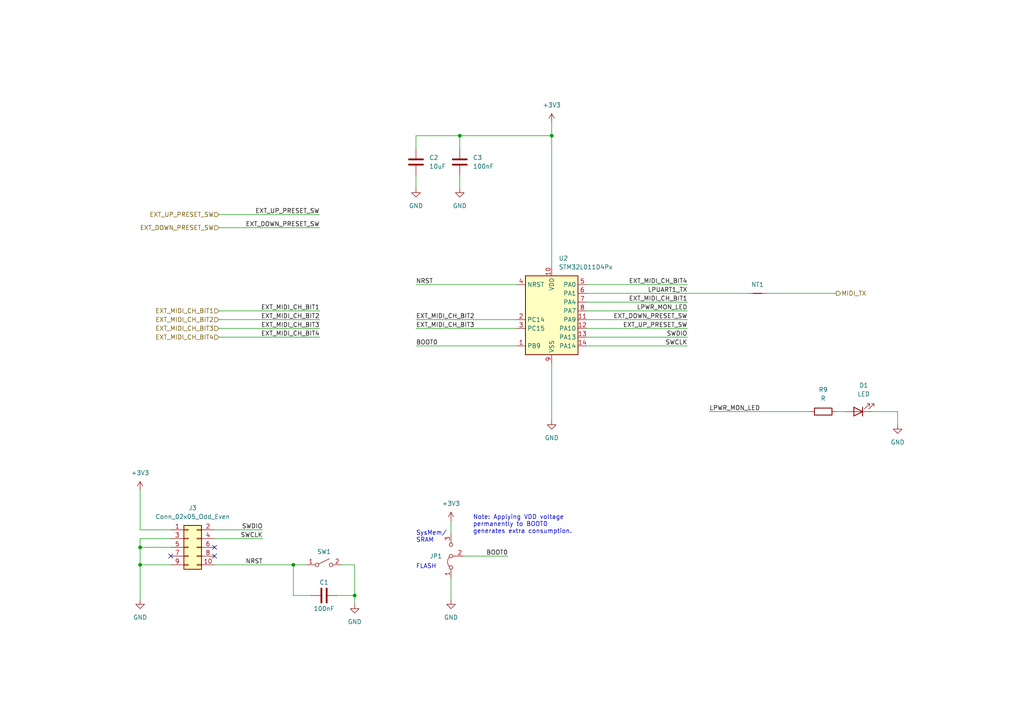
<source format=kicad_sch>
(kicad_sch (version 20211123) (generator eeschema)
  (paper "A4")
  (lib_symbols
    (symbol "Connector_Generic:Conn_02x05_Odd_Even" (pin_names (offset 1.016) hide)
      (property "Reference" "J" (at 1.27 7.62 0))
      (property "Value" "Conn_02x05_Odd_Even" (at 1.27 -7.62 0))
      (symbol "Conn_02x05_Odd_Even_1_1"
        (rectangle (start -1.27 -4.953) (end 0 -5.207) (stroke (width 0.1524)))
        (rectangle (start -1.27 -2.413) (end 0 -2.667) (stroke (width 0.1524)))
        (rectangle (start -1.27 0.127) (end 0 -0.127) (stroke (width 0.1524)))
        (rectangle (start -1.27 2.667) (end 0 2.413) (stroke (width 0.1524)))
        (rectangle (start -1.27 5.207) (end 0 4.953) (stroke (width 0.1524)))
        (rectangle (start -1.27 6.35) (end 3.81 -6.35) (stroke (width 0.254)) (fill (type background)))
        (rectangle (start 3.81 -4.953) (end 2.54 -5.207) (stroke (width 0.1524)))
        (rectangle (start 3.81 -2.413) (end 2.54 -2.667) (stroke (width 0.1524)))
        (rectangle (start 3.81 0.127) (end 2.54 -0.127) (stroke (width 0.1524)))
        (rectangle (start 3.81 2.667) (end 2.54 2.413) (stroke (width 0.1524)))
        (rectangle (start 3.81 5.207) (end 2.54 4.953) (stroke (width 0.1524)))
        (pin passive line (at -5.08 5.08 0) (length 3.81) (name "Pin_1") (number "1"))
        (pin passive line (at 7.62 -5.08 180) (length 3.81) (name "Pin_10") (number "10"))
        (pin passive line (at 7.62 5.08 180) (length 3.81) (name "Pin_2") (number "2"))
        (pin passive line (at -5.08 2.54 0) (length 3.81) (name "Pin_3") (number "3"))
        (pin passive line (at 7.62 2.54 180) (length 3.81) (name "Pin_4") (number "4"))
        (pin passive line (at -5.08 0 0) (length 3.81) (name "Pin_5") (number "5"))
        (pin passive line (at 7.62 0 180) (length 3.81) (name "Pin_6") (number "6"))
        (pin passive line (at -5.08 -2.54 0) (length 3.81) (name "Pin_7") (number "7"))
        (pin passive line (at 7.62 -2.54 180) (length 3.81) (name "Pin_8") (number "8"))
        (pin passive line (at -5.08 -5.08 0) (length 3.81) (name "Pin_9") (number "9"))
      )
    )
    (symbol "Device:C" (pin_numbers hide) (pin_names (offset 0.254))
      (property "Reference" "C" (at 0.635 2.54 0))
      (property "Value" "C" (at 0.635 -2.54 0))
      (symbol "C_0_1"
        (polyline (pts (xy -2.032 -0.762) (xy 2.032 -0.762)) (stroke (width 0.508)))
        (polyline (pts (xy -2.032 0.762) (xy 2.032 0.762)) (stroke (width 0.508)))
      )
      (symbol "C_1_1"
        (pin passive line (at 0 3.81 270) (length 2.794) (name "~") (number "1"))
        (pin passive line (at 0 -3.81 90) (length 2.794) (name "~") (number "2"))
      )
    )
    (symbol "Device:LED" (pin_numbers hide) (pin_names (offset 1.016) hide)
      (property "Reference" "D" (at 0 2.54 0))
      (property "Value" "LED" (at 0 -2.54 0))
      (symbol "LED_0_1"
        (polyline (pts (xy -1.27 -1.27) (xy -1.27 1.27)) (stroke (width 0.254)))
        (polyline (pts (xy -1.27 0) (xy 1.27 0)))
        (polyline (pts (xy 1.27 -1.27) (xy 1.27 1.27) (xy -1.27 0) (xy 1.27 -1.27)) (stroke (width 0.254)))
        (polyline (pts (xy -3.048 -0.762) (xy -4.572 -2.286) (xy -3.81 -2.286) (xy -4.572 -2.286) (xy -4.572 -1.524)))
        (polyline (pts (xy -1.778 -0.762) (xy -3.302 -2.286) (xy -2.54 -2.286) (xy -3.302 -2.286) (xy -3.302 -1.524)))
      )
      (symbol "LED_1_1"
        (pin passive line (at -3.81 0 0) (length 2.54) (name "K") (number "1"))
        (pin passive line (at 3.81 0 180) (length 2.54) (name "A") (number "2"))
      )
    )
    (symbol "Device:NetTie_2" (pin_numbers hide) (pin_names (offset 0) hide)
      (property "Reference" "NT" (at 0 1.27 0))
      (property "Value" "NetTie_2" (at 0 -1.27 0))
      (symbol "NetTie_2_0_1"
        (polyline (pts (xy -1.27 0) (xy 1.27 0)) (stroke (width 0.254)))
      )
      (symbol "NetTie_2_1_1"
        (pin passive line (at -2.54 0 0) (length 2.54) (name "1") (number "1"))
        (pin passive line (at 2.54 0 180) (length 2.54) (name "2") (number "2"))
      )
    )
    (symbol "Device:R" (pin_numbers hide) (pin_names (offset 0))
      (property "Reference" "R" (at 2.032 0 90))
      (property "Value" "R" (at 0 0 90))
      (symbol "R_0_1"
        (rectangle (start -1.016 -2.54) (end 1.016 2.54) (stroke (width 0.254)))
      )
      (symbol "R_1_1"
        (pin passive line (at 0 3.81 270) (length 1.27) (name "~") (number "1"))
        (pin passive line (at 0 -3.81 90) (length 1.27) (name "~") (number "2"))
      )
    )
    (symbol "Jumper:Jumper_3_Bridged12" (pin_names (offset 0) hide)
      (property "Reference" "JP" (at -2.54 -2.54 0))
      (property "Value" "Jumper_3_Bridged12" (at 0 2.794 0))
      (symbol "Jumper_3_Bridged12_0_0"
        (circle (center -3.302 0) (radius 0.508))
        (circle (center 0 0) (radius 0.508))
        (circle (center 3.302 0) (radius 0.508))
      )
      (symbol "Jumper_3_Bridged12_0_1"
        (arc (start -0.254 0.508) (mid -1.651 0.9912) (end -3.048 0.508))
        (polyline (pts (xy 0 -1.27) (xy 0 -0.508)))
      )
      (symbol "Jumper_3_Bridged12_1_1"
        (pin passive line (at -6.35 0 0) (length 2.54) (name "A") (number "1"))
        (pin passive line (at 0 -3.81 90) (length 2.54) (name "C") (number "2"))
        (pin passive line (at 6.35 0 180) (length 2.54) (name "B") (number "3"))
      )
    )
    (symbol "MCU_ST_STM32L0:STM32L011D4Px"
      (property "Reference" "U" (at -7.62 11.43 0))
      (property "Value" "STM32L011D4Px" (at 2.54 11.43 0))
      (symbol "STM32L011D4Px_0_1"
        (rectangle (start -7.62 -12.7) (end 7.62 10.16) (stroke (width 0.254)) (fill (type background)))
      )
      (symbol "STM32L011D4Px_1_1"
        (pin bidirectional line (at -10.16 -10.16 0) (length 2.54) (name "PB9") (number "1"))
        (pin power_in line (at 0 12.7 270) (length 2.54) (name "VDD") (number "10"))
        (pin bidirectional line (at 10.16 -2.54 180) (length 2.54) (name "PA9") (number "11"))
        (pin bidirectional line (at 10.16 -5.08 180) (length 2.54) (name "PA10") (number "12"))
        (pin bidirectional line (at 10.16 -7.62 180) (length 2.54) (name "PA13") (number "13"))
        (pin bidirectional line (at 10.16 -10.16 180) (length 2.54) (name "PA14") (number "14"))
        (pin bidirectional line (at -10.16 -2.54 0) (length 2.54) (name "PC14") (number "2"))
        (pin bidirectional line (at -10.16 -5.08 0) (length 2.54) (name "PC15") (number "3"))
        (pin input line (at -10.16 7.62 0) (length 2.54) (name "NRST") (number "4"))
        (pin bidirectional line (at 10.16 7.62 180) (length 2.54) (name "PA0") (number "5"))
        (pin bidirectional line (at 10.16 5.08 180) (length 2.54) (name "PA1") (number "6"))
        (pin bidirectional line (at 10.16 2.54 180) (length 2.54) (name "PA4") (number "7"))
        (pin bidirectional line (at 10.16 0 180) (length 2.54) (name "PA7") (number "8"))
        (pin power_in line (at 0 -15.24 90) (length 2.54) (name "VSS") (number "9"))
      )
    )
    (symbol "Switch:SW_SPST" (pin_names (offset 0) hide)
      (property "Reference" "SW" (at 0 3.175 0))
      (property "Value" "SW_SPST" (at 0 -2.54 0))
      (symbol "SW_SPST_0_0"
        (circle (center -2.032 0) (radius 0.508))
        (polyline (pts (xy -1.524 0.254) (xy 1.524 1.778)))
        (circle (center 2.032 0) (radius 0.508))
      )
      (symbol "SW_SPST_1_1"
        (pin passive line (at -5.08 0 0) (length 2.54) (name "A") (number "1"))
        (pin passive line (at 5.08 0 180) (length 2.54) (name "B") (number "2"))
      )
    )
    (symbol "power:+3V3" (power) (pin_names (offset 0))
      (property "Value" "+3V3" (at 0 3.556 0))
      (symbol "+3V3_0_1"
        (polyline (pts (xy -0.762 1.27) (xy 0 2.54)))
        (polyline (pts (xy 0 0) (xy 0 2.54)))
        (polyline (pts (xy 0 2.54) (xy 0.762 1.27)))
      )
      (symbol "+3V3_1_1"
        (pin power_in line (at 0 0 90) (length 0) hide (name "+3V3") (number "1"))
      )
    )
    (symbol "power:GND" (power) (pin_names (offset 0))
      (property "Value" "GND" (at 0 -3.81 0))
      (symbol "GND_0_1"
        (polyline (pts (xy 0 0) (xy 0 -1.27) (xy 1.27 -1.27) (xy 0 -2.54) (xy -1.27 -1.27) (xy 0 -1.27)))
      )
      (symbol "GND_1_1"
        (pin power_in line (at 0 0 270) (length 0) hide (name "GND") (number "1"))
      )
    )
  )
  (junction (at 160.02 39.37))
  (junction (at 133.35 39.37))
  (junction (at 40.64 163.83))
  (junction (at 40.64 158.75))
  (junction (at 85.09 163.83))
  (junction (at 102.87 172.72))
  (no_connect (at 49.53 161.29))
  (no_connect (at 62.23 158.75))
  (no_connect (at 62.23 161.29))
  (wire (pts (xy 170.18 95.25) (xy 199.39 95.25)))
  (wire (pts (xy 120.65 82.55) (xy 149.86 82.55)))
  (wire (pts (xy 97.79 172.72) (xy 102.87 172.72)))
  (wire (pts (xy 222.25 85.09) (xy 242.57 85.09)))
  (wire (pts (xy 102.87 163.83) (xy 102.87 172.72)))
  (wire (pts (xy 170.18 92.71) (xy 199.39 92.71)))
  (wire (pts (xy 40.64 142.24) (xy 40.64 153.67)))
  (wire (pts (xy 160.02 39.37) (xy 133.35 39.37)))
  (wire (pts (xy 160.02 105.41) (xy 160.02 121.92)))
  (wire (pts (xy 252.73 119.38) (xy 260.35 119.38)))
  (wire (pts (xy 102.87 172.72) (xy 102.87 175.26)))
  (wire (pts (xy 160.02 77.47) (xy 160.02 39.37)))
  (wire (pts (xy 62.23 156.21) (xy 76.2 156.21)))
  (wire (pts (xy 63.5 62.23) (xy 92.71 62.23)))
  (wire (pts (xy 63.5 66.04) (xy 92.71 66.04)))
  (wire (pts (xy 260.35 119.38) (xy 260.35 123.19)))
  (wire (pts (xy 242.57 119.38) (xy 245.11 119.38)))
  (wire (pts (xy 133.35 50.8) (xy 133.35 54.61)))
  (wire (pts (xy 170.18 100.33) (xy 199.39 100.33)))
  (wire (pts (xy 102.87 163.83) (xy 99.06 163.83)))
  (wire (pts (xy 63.5 92.71) (xy 92.71 92.71)))
  (wire (pts (xy 170.18 90.17) (xy 199.39 90.17)))
  (wire (pts (xy 120.65 100.33) (xy 149.86 100.33)))
  (wire (pts (xy 160.02 35.56) (xy 160.02 39.37)))
  (wire (pts (xy 49.53 156.21) (xy 40.64 156.21)))
  (wire (pts (xy 120.65 50.8) (xy 120.65 54.61)))
  (wire (pts (xy 133.35 39.37) (xy 120.65 39.37)))
  (wire (pts (xy 40.64 163.83) (xy 40.64 173.99)))
  (wire (pts (xy 149.86 92.71) (xy 120.65 92.71)))
  (wire (pts (xy 40.64 158.75) (xy 40.64 163.83)))
  (wire (pts (xy 234.95 119.38) (xy 205.74 119.38)))
  (wire (pts (xy 170.18 97.79) (xy 199.39 97.79)))
  (wire (pts (xy 40.64 156.21) (xy 40.64 158.75)))
  (wire (pts (xy 62.23 153.67) (xy 76.2 153.67)))
  (wire (pts (xy 134.62 161.29) (xy 147.32 161.29)))
  (wire (pts (xy 63.5 90.17) (xy 92.71 90.17)))
  (wire (pts (xy 85.09 163.83) (xy 88.9 163.83)))
  (wire (pts (xy 170.18 87.63) (xy 199.39 87.63)))
  (wire (pts (xy 63.5 97.79) (xy 92.71 97.79)))
  (wire (pts (xy 170.18 85.09) (xy 217.17 85.09)))
  (wire (pts (xy 149.86 95.25) (xy 120.65 95.25)))
  (wire (pts (xy 130.81 167.64) (xy 130.81 173.99)))
  (wire (pts (xy 63.5 95.25) (xy 92.71 95.25)))
  (wire (pts (xy 133.35 39.37) (xy 133.35 43.18)))
  (wire (pts (xy 40.64 158.75) (xy 49.53 158.75)))
  (wire (pts (xy 62.23 163.83) (xy 85.09 163.83)))
  (wire (pts (xy 130.81 151.13) (xy 130.81 154.94)))
  (wire (pts (xy 85.09 172.72) (xy 90.17 172.72)))
  (wire (pts (xy 49.53 153.67) (xy 40.64 153.67)))
  (wire (pts (xy 40.64 163.83) (xy 49.53 163.83)))
  (wire (pts (xy 170.18 82.55) (xy 199.39 82.55)))
  (wire (pts (xy 120.65 39.37) (xy 120.65 43.18)))
  (wire (pts (xy 85.09 163.83) (xy 85.09 172.72)))
  (text "SysMem/\nSRAM" (at 120.65 157.48 0) (effects (font (size 1.27 1.27)) (justify left bottom)))
  (text "FLASH" (at 120.65 165.1 0) (effects (font (size 1.27 1.27)) (justify left bottom)))
  (text "Note: Applying VDD voltage \npermanently to BOOT0 \ngenerates extra consumption." (at 137.16 154.94 0) (effects (font (size 1.27 1.27)) (justify left bottom)))
  (label "LPUART1_TX" (at 199.39 85.09 180))
  (label "EXT_MIDI_CH_BIT1" (at 199.39 87.63 180))
  (label "BOOT0" (at 147.32 161.29 180))
  (label "EXT_UP_PRESET_SW" (at 199.39 95.25 180))
  (label "LPWR_MON_LED" (at 205.74 119.38 0))
  (label "EXT_MIDI_CH_BIT2" (at 92.71 92.71 180))
  (label "SWDIO" (at 76.2 153.67 180))
  (label "EXT_MIDI_CH_BIT4" (at 199.39 82.55 180))
  (label "EXT_UP_PRESET_SW" (at 92.71 62.23 180))
  (label "SWCLK" (at 76.2 156.21 180))
  (label "EXT_DOWN_PRESET_SW" (at 92.71 66.04 180))
  (label "NRST" (at 120.65 82.55 0))
  (label "EXT_MIDI_CH_BIT3" (at 92.71 95.25 180))
  (label "EXT_MIDI_CH_BIT4" (at 92.71 97.79 180))
  (label "EXT_MIDI_CH_BIT2" (at 120.65 92.71 0))
  (label "LPWR_MON_LED" (at 199.39 90.17 180))
  (label "SWDIO" (at 199.39 97.79 180))
  (label "EXT_MIDI_CH_BIT1" (at 92.71 90.17 180))
  (label "SWCLK" (at 199.39 100.33 180))
  (label "EXT_MIDI_CH_BIT3" (at 120.65 95.25 0))
  (label "EXT_DOWN_PRESET_SW" (at 199.39 92.71 180))
  (label "NRST" (at 76.2 163.83 180))
  (label "BOOT0" (at 120.65 100.33 0))
  (hierarchical_label "EXT_MIDI_CH_BIT1" (shape input) (at 63.5 90.17 180))
  (hierarchical_label "MIDI_TX" (shape output) (at 242.57 85.09 0))
  (hierarchical_label "EXT_DOWN_PRESET_SW" (shape input) (at 63.5 66.04 180))
  (hierarchical_label "EXT_MIDI_CH_BIT4" (shape input) (at 63.5 97.79 180))
  (hierarchical_label "EXT_MIDI_CH_BIT2" (shape input) (at 63.5 92.71 180))
  (hierarchical_label "EXT_MIDI_CH_BIT3" (shape input) (at 63.5 95.25 180))
  (hierarchical_label "EXT_UP_PRESET_SW" (shape input) (at 63.5 62.23 180))
  (symbol (lib_id "power:+3V3") (at 160.02 35.56 0) (unit 1)
    (property "Reference" "#PWR014" (effects hide))
    (property "Value" "+3V3" (at 160.02 30.48 0))
  )
  (symbol (lib_id "power:+3V3") (at 130.81 151.13 0) (unit 1)
    (property "Reference" "#PWR011" (effects hide))
    (property "Value" "+3V3" (at 130.81 146.05 0))
  )
  (symbol (lib_id "MCU_ST_STM32L0:STM32L011D4Px") (at 160.02 90.17 0) (unit 1)
    (property "Reference" "U2" (at 162.0394 74.93 0) (effects (justify left)))
    (property "Value" "STM32L011D4Px" (at 162.0394 77.47 0) (effects (justify left)))
    (property "Footprint" "Package_SO:TSSOP-14_4.4x5mm_P0.65mm" (effects hide))
    (property "Datasheet" "${KIPRJMOD}/../techdocs/stm32l011d4_datasheet.pdf" (effects hide))
  )
  (symbol (lib_id "Device:LED") (at 248.92 119.38 180) (unit 1)
    (property "Reference" "D1" (at 250.5075 111.76 0))
    (property "Value" "LED" (at 250.5075 114.3 0))
    (property "Footprint" "LED_THT:LED_D5.0mm" (effects hide))
  )
  (symbol (lib_id "Device:C") (at 120.65 46.99 0) (unit 1)
    (property "Reference" "C2" (at 124.46 45.7199 0) (effects (justify left)))
    (property "Value" "10uF" (at 124.46 48.2599 0) (effects (justify left)))
    (property "Footprint" "Capacitor_SMD:C_0805_2012Metric_Pad1.18x1.45mm_HandSolder" (effects hide))
  )
  (symbol (lib_id "power:GND") (at 130.81 173.99 0) (unit 1)
    (property "Reference" "#PWR012" (effects hide))
    (property "Value" "GND" (at 130.81 179.07 0))
  )
  (symbol (lib_id "Device:C") (at 133.35 46.99 0) (unit 1)
    (property "Reference" "C3" (at 137.16 45.7199 0) (effects (justify left)))
    (property "Value" "100nF" (at 137.16 48.2599 0) (effects (justify left)))
    (property "Footprint" "Capacitor_SMD:C_0805_2012Metric_Pad1.18x1.45mm_HandSolder" (effects hide))
  )
  (symbol (lib_id "power:GND") (at 102.87 175.26 0) (unit 1)
    (property "Reference" "#PWR09" (effects hide))
    (property "Value" "GND" (at 102.87 180.34 0))
  )
  (symbol (lib_id "Device:R") (at 238.76 119.38 90) (unit 1)
    (property "Reference" "R9" (at 238.76 113.03 90))
    (property "Value" "R" (at 238.76 115.57 90))
    (property "Footprint" "Resistor_SMD:R_0805_2012Metric_Pad1.20x1.40mm_HandSolder" (effects hide))
  )
  (symbol (lib_id "Connector_Generic:Conn_02x05_Odd_Even") (at 54.61 158.75 0) (unit 1)
    (property "Reference" "J3" (at 55.88 147.32 0))
    (property "Value" "Conn_02x05_Odd_Even" (at 55.88 149.86 0))
    (property "Footprint" "Connector_PinHeader_1.27mm:PinHeader_2x05_P1.27mm_Vertical_SMD" (effects hide))
  )
  (symbol (lib_id "power:GND") (at 260.35 123.19 0) (unit 1)
    (property "Reference" "#PWR025" (effects hide))
    (property "Value" "GND" (at 260.35 128.27 0))
  )
  (symbol (lib_id "power:GND") (at 133.35 54.61 0) (unit 1)
    (property "Reference" "#PWR013" (effects hide))
    (property "Value" "GND" (at 133.35 59.69 0))
  )
  (symbol (lib_id "Device:C") (at 93.98 172.72 90) (unit 1)
    (property "Reference" "C1" (at 93.98 168.91 90))
    (property "Value" "100nF" (at 93.98 176.53 90))
    (property "Footprint" "Capacitor_SMD:C_0805_2012Metric_Pad1.18x1.45mm_HandSolder" (effects hide))
  )
  (symbol (lib_id "Jumper:Jumper_3_Bridged12") (at 130.81 161.29 90) (unit 1)
    (property "Reference" "JP1" (at 128.27 161.2899 90) (effects (justify left)))
    (property "Value" "Jumper_3_Bridged12" (effects hide))
    (property "Footprint" "Connector_PinHeader_2.54mm:PinHeader_1x03_P2.54mm_Vertical" (effects hide))
  )
  (symbol (lib_id "power:GND") (at 40.64 173.99 0) (unit 1)
    (property "Reference" "#PWR08" (effects hide))
    (property "Value" "GND" (at 40.64 179.07 0))
  )
  (symbol (lib_id "power:GND") (at 120.65 54.61 0) (unit 1)
    (property "Reference" "#PWR010" (effects hide))
    (property "Value" "GND" (at 120.65 59.69 0))
  )
  (symbol (lib_id "Device:NetTie_2") (at 219.71 85.09 0) (unit 1)
    (property "Reference" "NT1" (at 219.71 82.55 0))
    (property "Value" "NetTie_2" (effects hide))
    (property "Footprint" "NetTie:NetTie-2_SMD_Pad0.5mm" (effects hide))
  )
  (symbol (lib_id "power:+3V3") (at 40.64 142.24 0) (unit 1)
    (property "Reference" "#PWR07" (effects hide))
    (property "Value" "+3V3" (at 40.64 137.16 0))
  )
  (symbol (lib_id "power:GND") (at 160.02 121.92 0) (unit 1)
    (property "Reference" "#PWR015" (effects hide))
    (property "Value" "GND" (at 160.02 127 0))
  )
  (symbol (lib_id "Switch:SW_SPST") (at 93.98 163.83 0) (unit 1)
    (property "Reference" "SW1" (at 93.98 160.02 0))
    (property "Value" "SW_SPST" (effects hide))
    (property "Footprint" "Button_Switch_THT:SW_PUSH_6mm" (effects hide))
  )
)
</source>
